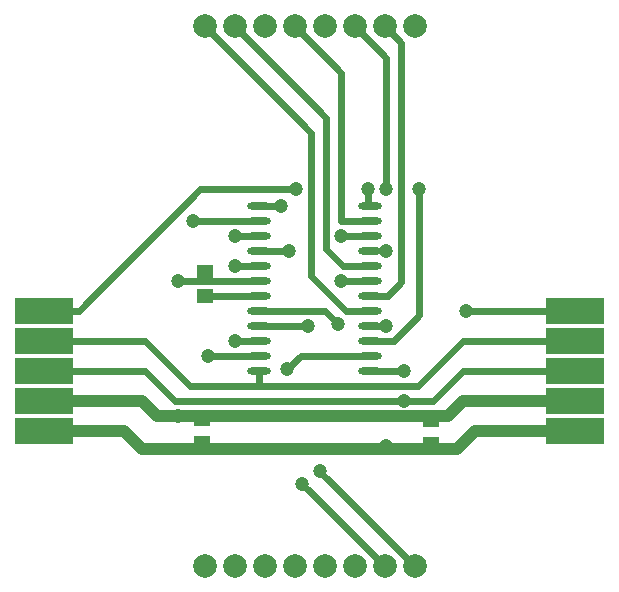
<source format=gbl>
G04 Layer_Physical_Order=2*
G04 Layer_Color=16711680*
%FSLAX43Y43*%
%MOMM*%
G71*
G01*
G75*
%ADD10C,0.600*%
%ADD11C,2.000*%
%ADD12C,1.200*%
%ADD13R,1.400X1.200*%
%ADD14O,2.000X0.600*%
%ADD15R,5.000X2.200*%
%ADD16C,1.000*%
D10*
X30080Y22460D02*
X31475D01*
X23730Y47860D02*
X27665Y43925D01*
X37954Y18650D02*
X47460D01*
X35414Y16110D02*
X37954Y18650D01*
Y21190D02*
X47460D01*
X34144Y17380D02*
X37954Y21190D01*
X20680Y17380D02*
X34144D01*
X11030Y18650D02*
X13570Y16110D01*
X2540Y18650D02*
X11030D01*
X14840Y17380D02*
X20680D01*
X11030Y21190D02*
X14840Y17380D01*
X2540Y21190D02*
X11030D01*
X15748Y34036D02*
X23876D01*
X5442Y23730D02*
X15748Y34036D01*
X2540Y23730D02*
X5442D01*
X16364Y19920D02*
X20680D01*
X15094Y31350D02*
X20680D01*
X18650Y21190D02*
X20680D01*
X18650Y27540D02*
X20680D01*
Y28810D02*
X23222D01*
X20680Y23730D02*
X26308D01*
X18650Y30080D02*
X20680D01*
Y22460D02*
X24892D01*
X34290Y23368D02*
Y34036D01*
X25908Y10122D02*
X33890Y2140D01*
X24365Y9125D02*
X24384D01*
X32112Y21190D02*
X34290Y23368D01*
X30080Y25000D02*
X31604D01*
X38246Y23730D02*
X47460D01*
X30080Y21190D02*
X32112D01*
X16110Y47860D02*
X25125Y38845D01*
X18650Y47860D02*
X26395Y40115D01*
X23114Y18796D02*
X24238Y19920D01*
X30080D01*
X26308Y23730D02*
X27432Y22606D01*
X28086Y23730D02*
X30080D01*
X25125Y26691D02*
X28086Y23730D01*
X27832Y27540D02*
X30080D01*
X21025Y2305D02*
X21190Y2140D01*
X16110Y25000D02*
X20680D01*
Y32620D02*
X22585D01*
X27665Y26270D02*
X30080D01*
X20680Y17380D02*
Y18650D01*
X30080D02*
X33020D01*
X31496Y34036D02*
Y45174D01*
X29972Y32728D02*
Y34036D01*
X28810Y47860D02*
X31496Y45174D01*
X27665Y30080D02*
X30080D01*
X25125Y26691D02*
Y38845D01*
X26395Y28977D02*
Y40115D01*
Y28977D02*
X27832Y27540D01*
X27665Y31350D02*
Y43925D01*
Y31350D02*
X30080D01*
X31350Y47860D02*
X32766Y46444D01*
X31604Y25000D02*
X32766Y26162D01*
Y46444D01*
X13570Y16110D02*
X33020D01*
X35414D01*
X24365Y9125D02*
X31350Y2140D01*
X13824Y26270D02*
X20680D01*
D11*
X16110Y47860D02*
D03*
X18650D02*
D03*
X21190D02*
D03*
X23730D02*
D03*
X26270D02*
D03*
X28810D02*
D03*
X31350D02*
D03*
X33890D02*
D03*
Y2140D02*
D03*
X31350D02*
D03*
X28810D02*
D03*
X26270D02*
D03*
X23730D02*
D03*
X21190D02*
D03*
X18650D02*
D03*
X16110D02*
D03*
D12*
X13824Y26270D02*
D03*
X16364Y19920D02*
D03*
X18650Y30080D02*
D03*
Y21190D02*
D03*
X24892Y22460D02*
D03*
X38246Y23730D02*
D03*
X34290Y34036D02*
D03*
X23876D02*
D03*
X15094Y31350D02*
D03*
X33020Y18650D02*
D03*
Y16110D02*
D03*
X23114Y18796D02*
D03*
X27432Y22606D02*
D03*
X18650Y27540D02*
D03*
X24384Y9125D02*
D03*
X23222Y28810D02*
D03*
X31475Y22460D02*
D03*
X22585Y32620D02*
D03*
X27665Y26270D02*
D03*
X13824Y14840D02*
D03*
X31496Y34036D02*
D03*
X29972D02*
D03*
X27665Y30080D02*
D03*
X31475Y28810D02*
D03*
X25908Y10160D02*
D03*
X31475Y12340D02*
D03*
D13*
X15875Y14605D02*
D03*
Y12573D02*
D03*
X16110Y25000D02*
D03*
Y27032D02*
D03*
X35306Y14478D02*
D03*
Y12446D02*
D03*
D14*
X30080Y32620D02*
D03*
Y31350D02*
D03*
Y30080D02*
D03*
Y28810D02*
D03*
Y27540D02*
D03*
Y26270D02*
D03*
Y25000D02*
D03*
Y23730D02*
D03*
Y22460D02*
D03*
Y21190D02*
D03*
X20680Y27540D02*
D03*
Y26270D02*
D03*
Y25000D02*
D03*
Y23730D02*
D03*
Y22460D02*
D03*
Y21190D02*
D03*
Y19920D02*
D03*
Y18650D02*
D03*
X30080D02*
D03*
Y19920D02*
D03*
X20680Y28810D02*
D03*
Y30080D02*
D03*
Y31350D02*
D03*
Y32620D02*
D03*
D15*
X47460Y23730D02*
D03*
Y18650D02*
D03*
Y16110D02*
D03*
Y13570D02*
D03*
Y21190D02*
D03*
X2540Y13570D02*
D03*
Y18650D02*
D03*
Y21190D02*
D03*
Y23730D02*
D03*
Y16110D02*
D03*
D16*
X36684Y14840D02*
X37954Y16110D01*
X10776D02*
X12046Y14840D01*
X2540Y16110D02*
X10776D01*
X2540Y13570D02*
X9290D01*
X10795Y12065D01*
X37465D02*
X38970Y13570D01*
X37954Y16110D02*
X47460D01*
X38970Y13570D02*
X47460D01*
X12046Y14840D02*
X35306D01*
X36684D01*
X10795Y12065D02*
X37465D01*
M02*

</source>
